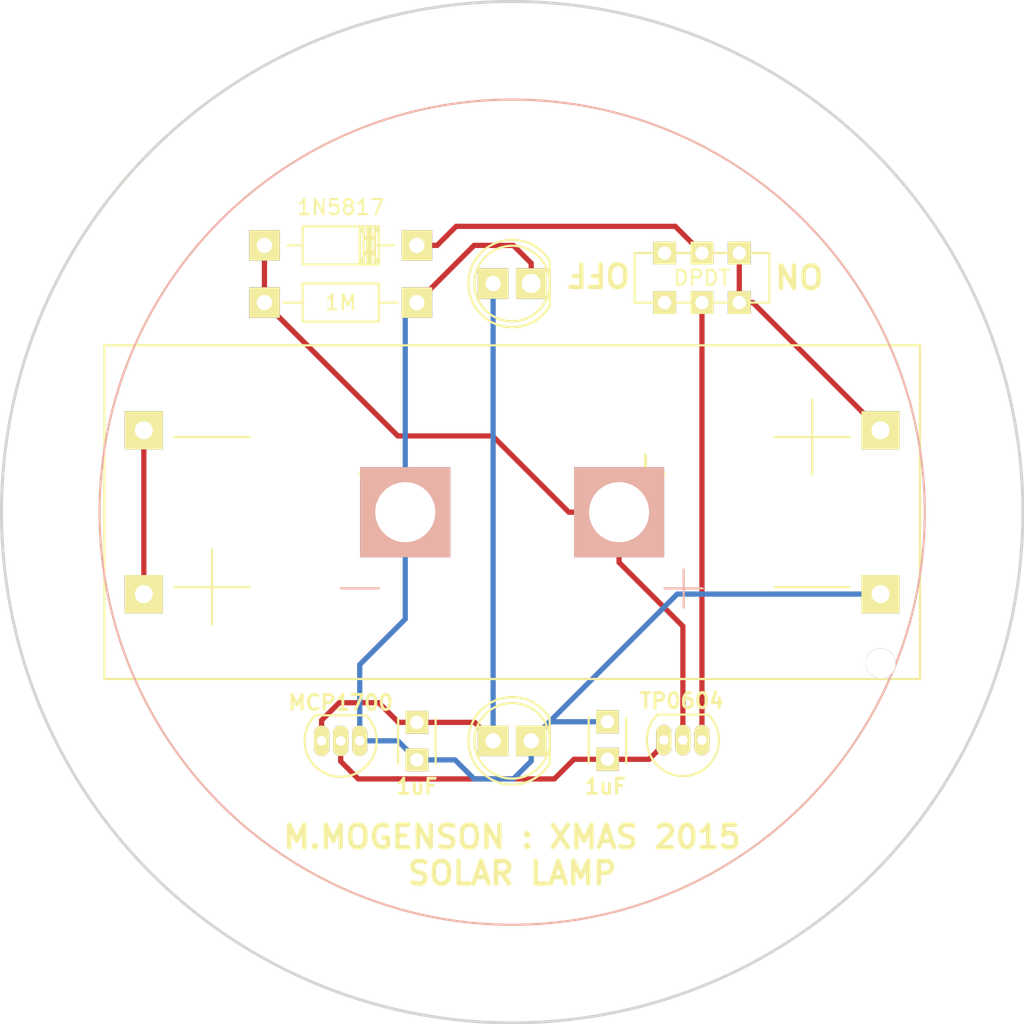
<source format=kicad_pcb>
(kicad_pcb (version 4) (host pcbnew 4.0.0-2.201512072331+6194~38~ubuntu15.10.1-stable)

  (general
    (links 20)
    (no_connects 0)
    (area 92.863999 92.863999 161.136001 161.136001)
    (thickness 1.6)
    (drawings 8)
    (tracks 59)
    (zones 0)
    (modules 11)
    (nets 11)
  )

  (page A4)
  (layers
    (0 F.Cu signal)
    (31 B.Cu signal)
    (32 B.Adhes user)
    (33 F.Adhes user)
    (34 B.Paste user)
    (35 F.Paste user)
    (36 B.SilkS user)
    (37 F.SilkS user)
    (38 B.Mask user)
    (39 F.Mask user)
    (40 Dwgs.User user)
    (41 Cmts.User user)
    (42 Eco1.User user)
    (43 Eco2.User user)
    (44 Edge.Cuts user)
    (45 Margin user)
    (46 B.CrtYd user)
    (47 F.CrtYd user)
    (48 B.Fab user)
    (49 F.Fab user)
  )

  (setup
    (last_trace_width 0.35)
    (trace_clearance 0.25)
    (zone_clearance 0.508)
    (zone_45_only yes)
    (trace_min 0.2)
    (segment_width 0.2)
    (edge_width 0.2)
    (via_size 0.6)
    (via_drill 0.4)
    (via_min_size 0.4)
    (via_min_drill 0.3)
    (uvia_size 0.3)
    (uvia_drill 0.1)
    (uvias_allowed no)
    (uvia_min_size 0)
    (uvia_min_drill 0)
    (pcb_text_width 0.3)
    (pcb_text_size 1.5 1.5)
    (mod_edge_width 0.15)
    (mod_text_size 1 1)
    (mod_text_width 0.15)
    (pad_size 1.016 2.032)
    (pad_drill 0.635)
    (pad_to_mask_clearance 0.2)
    (aux_axis_origin 0 0)
    (grid_origin 15.24 195.58)
    (visible_elements 7FFFFF7F)
    (pcbplotparams
      (layerselection 0x010f0_80000001)
      (usegerberextensions true)
      (excludeedgelayer true)
      (linewidth 0.100000)
      (plotframeref false)
      (viasonmask false)
      (mode 1)
      (useauxorigin false)
      (hpglpennumber 1)
      (hpglpenspeed 20)
      (hpglpendiameter 15)
      (hpglpenoverlay 2)
      (psnegative false)
      (psa4output false)
      (plotreference false)
      (plotvalue false)
      (plotinvisibletext false)
      (padsonsilk true)
      (subtractmaskfromsilk true)
      (outputformat 1)
      (mirror false)
      (drillshape 0)
      (scaleselection 1)
      (outputdirectory gerbers/))
  )

  (net 0 "")
  (net 1 "Net-(BT1-Pad1)")
  (net 2 GND)
  (net 3 "Net-(C1-Pad1)")
  (net 4 "Net-(C2-Pad1)")
  (net 5 "Net-(D1-Pad1)")
  (net 6 "Net-(B1-Pad1)")
  (net 7 "Net-(B1-Pad3)")
  (net 8 "Net-(Q1-Pad1)")
  (net 9 "Net-(SW1-Pad3)")
  (net 10 "Net-(SW1-Pad6)")

  (net_class Default "This is the default net class."
    (clearance 0.25)
    (trace_width 0.35)
    (via_dia 0.6)
    (via_drill 0.4)
    (uvia_dia 0.3)
    (uvia_drill 0.1)
    (add_net GND)
    (add_net "Net-(B1-Pad1)")
    (add_net "Net-(B1-Pad3)")
    (add_net "Net-(BT1-Pad1)")
    (add_net "Net-(C1-Pad1)")
    (add_net "Net-(C2-Pad1)")
    (add_net "Net-(D1-Pad1)")
    (add_net "Net-(Q1-Pad1)")
    (add_net "Net-(SW1-Pad3)")
    (add_net "Net-(SW1-Pad6)")
  )

  (module MikeMod:DPDT_JS202011CQN_switch (layer F.Cu) (tedit 566798C7) (tstamp 5629B9FA)
    (at 139.6492 111.379 180)
    (path /56299FB7)
    (fp_text reference SW1 (at 6.35 -2.54 180) (layer F.SilkS) hide
      (effects (font (size 1 1) (thickness 0.15)))
    )
    (fp_text value DPDT (at 0 0 180) (layer F.SilkS)
      (effects (font (size 1 1) (thickness 0.15)))
    )
    (fp_line (start -4.4958 -1.651) (end -4.4958 1.651) (layer F.SilkS) (width 0.15))
    (fp_line (start -4.4958 1.651) (end 4.4958 1.651) (layer F.SilkS) (width 0.15))
    (fp_line (start 4.4958 1.651) (end 4.4958 -1.651) (layer F.SilkS) (width 0.15))
    (fp_line (start 4.4958 -1.651) (end -4.4958 -1.651) (layer F.SilkS) (width 0.15))
    (pad 1 thru_hole rect (at -2.4892 1.651 180) (size 1.524 1.524) (drill 0.889) (layers *.Cu F.SilkS F.Mask)
      (net 7 "Net-(B1-Pad3)"))
    (pad 2 thru_hole rect (at 0 1.651 180) (size 1.524 1.524) (drill 0.889) (layers *.Cu F.SilkS F.Mask)
      (net 5 "Net-(D1-Pad1)"))
    (pad 3 thru_hole rect (at 2.4892 1.651 180) (size 1.524 1.524) (drill 0.889) (layers *.Cu F.SilkS F.Mask)
      (net 9 "Net-(SW1-Pad3)"))
    (pad 4 thru_hole rect (at -2.4892 -1.651 180) (size 1.524 1.524) (drill 0.889) (layers *.Cu F.SilkS F.Mask)
      (net 7 "Net-(B1-Pad3)"))
    (pad 5 thru_hole rect (at 0 -1.651 180) (size 1.524 1.524) (drill 0.889) (layers *.Cu F.SilkS F.Mask)
      (net 8 "Net-(Q1-Pad1)"))
    (pad 6 thru_hole rect (at 2.4892 -1.651 180) (size 1.524 1.524) (drill 0.889) (layers *.Cu F.SilkS F.Mask)
      (net 10 "Net-(SW1-Pad6)"))
  )

  (module MikeMod:Keystone_1077_2x_AAA_battery_holder (layer F.Cu) (tedit 5667982C) (tstamp 565B9D4E)
    (at 127 127 180)
    (path /565B9484)
    (fp_text reference B1 (at 0 7 180) (layer F.SilkS) hide
      (effects (font (size 1 1) (thickness 0.15)))
    )
    (fp_text value 2x_AAA_battery (at 0 -7 180) (layer F.Fab) hide
      (effects (font (size 1 1) (thickness 0.15)))
    )
    (fp_line (start 22.5 5) (end 17.5 5) (layer F.SilkS) (width 0.15))
    (fp_line (start -20 2.5) (end -20 7.5) (layer F.SilkS) (width 0.15))
    (fp_line (start -22.5 5) (end -17.5 5) (layer F.SilkS) (width 0.15))
    (fp_line (start -22.5 -5) (end -17.5 -5) (layer F.SilkS) (width 0.15))
    (fp_line (start 17.5 -5) (end 22.5 -5) (layer F.SilkS) (width 0.15))
    (fp_line (start 20 -7.5) (end 20 -2.5) (layer F.SilkS) (width 0.15))
    (fp_line (start -27.18 -11.12) (end -27.18 11.12) (layer F.SilkS) (width 0.15))
    (fp_line (start -27.18 11.12) (end 27.18 11.12) (layer F.SilkS) (width 0.15))
    (fp_line (start 27.18 11.12) (end 27.18 -11.12) (layer F.SilkS) (width 0.15))
    (fp_line (start 27.18 -11.12) (end -27.18 -11.12) (layer F.SilkS) (width 0.15))
    (pad 1 thru_hole rect (at 24.55 -5.46 180) (size 2.54 2.54) (drill 1.2) (layers *.Cu F.SilkS F.Mask)
      (net 6 "Net-(B1-Pad1)"))
    (pad 2 thru_hole rect (at -24.55 -5.46 180) (size 2.54 2.54) (drill 1.2) (layers *.Cu F.SilkS F.Mask)
      (net 2 GND))
    (pad 3 thru_hole rect (at -24.55 5.46 180) (size 2.54 2.54) (drill 1.2) (layers *.Cu F.SilkS F.Mask)
      (net 7 "Net-(B1-Pad3)"))
    (pad 4 thru_hole rect (at 24.55 5.46 180) (size 2.54 2.54) (drill 1.2) (layers *.Cu F.SilkS F.Mask)
      (net 6 "Net-(B1-Pad1)"))
    (pad "" thru_hole circle (at -24.55 -10.07 180) (size 2 2) (drill 2) (layers *.Cu))
  )

  (module Capacitors_ThroughHole:C_Disc_D3_P2.5 (layer F.Cu) (tedit 566797F0) (tstamp 5629B9CD)
    (at 133.35 143.47 90)
    (descr "Capacitor 3mm Disc, Pitch 2.5mm")
    (tags Capacitor)
    (path /56299749)
    (fp_text reference C1 (at 1.25 -2.5 90) (layer F.SilkS) hide
      (effects (font (size 1 1) (thickness 0.15)))
    )
    (fp_text value 1uF (at -1.818 -0.127 180) (layer F.SilkS)
      (effects (font (size 1 1) (thickness 0.2)))
    )
    (fp_line (start -0.9 -1.5) (end 3.4 -1.5) (layer F.CrtYd) (width 0.05))
    (fp_line (start 3.4 -1.5) (end 3.4 1.5) (layer F.CrtYd) (width 0.05))
    (fp_line (start 3.4 1.5) (end -0.9 1.5) (layer F.CrtYd) (width 0.05))
    (fp_line (start -0.9 1.5) (end -0.9 -1.5) (layer F.CrtYd) (width 0.05))
    (fp_line (start -0.25 -1.25) (end 2.75 -1.25) (layer F.SilkS) (width 0.15))
    (fp_line (start 2.75 1.25) (end -0.25 1.25) (layer F.SilkS) (width 0.15))
    (pad 1 thru_hole rect (at 0 0 90) (size 1.524 1.524) (drill 0.889) (layers *.Cu F.SilkS F.Mask)
      (net 3 "Net-(C1-Pad1)"))
    (pad 2 thru_hole rect (at 2.5 0 90) (size 1.524 1.524) (drill 0.889) (layers *.Cu F.SilkS F.Mask)
      (net 2 GND))
    (model Capacitors_ThroughHole.3dshapes/C_Disc_D3_P2.5.wrl
      (at (xyz 0.0492126 0 0))
      (scale (xyz 1 1 1))
      (rotate (xyz 0 0 0))
    )
  )

  (module Capacitors_ThroughHole:C_Disc_D3_P2.5 (layer F.Cu) (tedit 566797DB) (tstamp 5629B9D3)
    (at 120.65 141.01 270)
    (descr "Capacitor 3mm Disc, Pitch 2.5mm")
    (tags Capacitor)
    (path /56299A5E)
    (fp_text reference C2 (at 1.25 -2.5 270) (layer F.SilkS) hide
      (effects (font (size 1 1) (thickness 0.15)))
    )
    (fp_text value 1uF (at 4.278 0 360) (layer F.SilkS)
      (effects (font (size 1 1) (thickness 0.2)))
    )
    (fp_line (start -0.9 -1.5) (end 3.4 -1.5) (layer F.CrtYd) (width 0.05))
    (fp_line (start 3.4 -1.5) (end 3.4 1.5) (layer F.CrtYd) (width 0.05))
    (fp_line (start 3.4 1.5) (end -0.9 1.5) (layer F.CrtYd) (width 0.05))
    (fp_line (start -0.9 1.5) (end -0.9 -1.5) (layer F.CrtYd) (width 0.05))
    (fp_line (start -0.25 -1.25) (end 2.75 -1.25) (layer F.SilkS) (width 0.15))
    (fp_line (start 2.75 1.25) (end -0.25 1.25) (layer F.SilkS) (width 0.15))
    (pad 1 thru_hole rect (at 0 0 270) (size 1.524 1.524) (drill 0.889) (layers *.Cu F.SilkS F.Mask)
      (net 4 "Net-(C2-Pad1)"))
    (pad 2 thru_hole rect (at 2.5 0 270) (size 1.524 1.524) (drill 0.889) (layers *.Cu F.SilkS F.Mask)
      (net 2 GND))
    (model Capacitors_ThroughHole.3dshapes/C_Disc_D3_P2.5.wrl
      (at (xyz 0.0492126 0 0))
      (scale (xyz 1 1 1))
      (rotate (xyz 0 0 0))
    )
  )

  (module TO_SOT_Packages_THT:TO-92_Inline_Narrow_Oval (layer F.Cu) (tedit 5667993E) (tstamp 565B9D86)
    (at 116.84 142.24 180)
    (descr "TO-92 leads in-line, narrow, oval pads, drill 0.6mm (see NXP sot054_po.pdf)")
    (tags "to-92 sc-43 sc-43a sot54 PA33 transistor")
    (path /565B6E6E)
    (fp_text reference U1 (at 0 -4 180) (layer F.SilkS) hide
      (effects (font (size 1 1) (thickness 0.15)))
    )
    (fp_text value MCP1700 (at 1.27 2.54 180) (layer F.SilkS)
      (effects (font (size 1 1) (thickness 0.2)))
    )
    (fp_line (start -1.4 1.95) (end -1.4 -2.65) (layer F.CrtYd) (width 0.05))
    (fp_line (start -1.4 1.95) (end 3.95 1.95) (layer F.CrtYd) (width 0.05))
    (fp_line (start -0.43 1.7) (end 2.97 1.7) (layer F.SilkS) (width 0.15))
    (fp_arc (start 1.27 0) (end 1.27 -2.4) (angle -135) (layer F.SilkS) (width 0.15))
    (fp_arc (start 1.27 0) (end 1.27 -2.4) (angle 135) (layer F.SilkS) (width 0.15))
    (fp_line (start -1.4 -2.65) (end 3.95 -2.65) (layer F.CrtYd) (width 0.05))
    (fp_line (start 3.95 1.95) (end 3.95 -2.65) (layer F.CrtYd) (width 0.05))
    (pad 2 thru_hole oval (at 1.27 0) (size 1.016 2.032) (drill 0.635) (layers *.Cu F.SilkS F.Mask)
      (net 3 "Net-(C1-Pad1)"))
    (pad 3 thru_hole oval (at 2.54 0) (size 1.016 2.032) (drill 0.635) (layers *.Cu F.SilkS F.Mask)
      (net 4 "Net-(C2-Pad1)"))
    (pad 1 thru_hole oval (at 0 0) (size 1.016 2.032) (drill 0.635) (layers *.Cu F.SilkS F.Mask)
      (net 2 GND))
    (model TO_SOT_Packages_THT.3dshapes/TO-92_Inline_Narrow_Oval.wrl
      (at (xyz 0.05 0 0))
      (scale (xyz 1 1 1))
      (rotate (xyz 0 0 -90))
    )
  )

  (module Resistors_ThroughHole:Resistor_Horizontal_RM10mm (layer F.Cu) (tedit 56679904) (tstamp 565B9D85)
    (at 115.57 113.03)
    (descr "Resistor, Axial,  RM 10mm, 1/3W,")
    (tags "Resistor, Axial, RM 10mm, 1/3W,")
    (path /565B5B3B)
    (fp_text reference R1 (at 0.24892 -3.50012) (layer F.SilkS) hide
      (effects (font (size 1 1) (thickness 0.15)))
    )
    (fp_text value 1M (at 0 0) (layer F.SilkS)
      (effects (font (size 1 1) (thickness 0.15)))
    )
    (fp_line (start -2.54 -1.27) (end 2.54 -1.27) (layer F.SilkS) (width 0.15))
    (fp_line (start 2.54 -1.27) (end 2.54 1.27) (layer F.SilkS) (width 0.15))
    (fp_line (start 2.54 1.27) (end -2.54 1.27) (layer F.SilkS) (width 0.15))
    (fp_line (start -2.54 1.27) (end -2.54 -1.27) (layer F.SilkS) (width 0.15))
    (fp_line (start -2.54 0) (end -3.81 0) (layer F.SilkS) (width 0.15))
    (fp_line (start 2.54 0) (end 3.81 0) (layer F.SilkS) (width 0.15))
    (pad 1 thru_hole rect (at -5.08 0) (size 2.032 2.032) (drill 1.016) (layers *.Cu F.SilkS F.Mask)
      (net 1 "Net-(BT1-Pad1)"))
    (pad 2 thru_hole rect (at 5.08 0) (size 2.032 2.032) (drill 1.016) (layers *.Cu F.SilkS F.Mask)
      (net 2 GND))
    (model Resistors_ThroughHole.3dshapes/Resistor_Horizontal_RM10mm.wrl
      (at (xyz 0 0 0))
      (scale (xyz 0.4 0.4 0.4))
      (rotate (xyz 0 0 0))
    )
  )

  (module TO_SOT_Packages_THT:TO-92_Inline_Narrow_Oval (layer F.Cu) (tedit 566795FB) (tstamp 565B9D6D)
    (at 139.6492 142.1892 180)
    (descr "TO-92 leads in-line, narrow, oval pads, drill 0.6mm (see NXP sot054_po.pdf)")
    (tags "to-92 sc-43 sc-43a sot54 PA33 transistor")
    (path /565B691B)
    (fp_text reference Q1 (at 0 -4 180) (layer F.SilkS) hide
      (effects (font (size 1 1) (thickness 0.15)))
    )
    (fp_text value TP0604 (at 1.3462 2.6162 180) (layer F.SilkS)
      (effects (font (size 1 1) (thickness 0.2)))
    )
    (fp_line (start -1.4 1.95) (end -1.4 -2.65) (layer F.CrtYd) (width 0.05))
    (fp_line (start -1.4 1.95) (end 3.95 1.95) (layer F.CrtYd) (width 0.05))
    (fp_line (start -0.43 1.7) (end 2.97 1.7) (layer F.SilkS) (width 0.15))
    (fp_arc (start 1.27 0) (end 1.27 -2.4) (angle -135) (layer F.SilkS) (width 0.15))
    (fp_arc (start 1.27 0) (end 1.27 -2.4) (angle 135) (layer F.SilkS) (width 0.15))
    (fp_line (start -1.4 -2.65) (end 3.95 -2.65) (layer F.CrtYd) (width 0.05))
    (fp_line (start 3.95 1.95) (end 3.95 -2.65) (layer F.CrtYd) (width 0.05))
    (pad 2 thru_hole oval (at 1.27 0) (size 1.016 2.032) (drill 0.635) (layers *.Cu F.SilkS F.Mask)
      (net 1 "Net-(BT1-Pad1)"))
    (pad 3 thru_hole oval (at 2.54 0) (size 1.016 2.032) (drill 0.635) (layers *.Cu F.SilkS F.Mask)
      (net 3 "Net-(C1-Pad1)"))
    (pad 1 thru_hole oval (at 0 0) (size 1.016 2.032) (drill 0.635) (layers *.Cu F.SilkS F.Mask)
      (net 8 "Net-(Q1-Pad1)"))
    (model TO_SOT_Packages_THT.3dshapes/TO-92_Inline_Narrow_Oval.wrl
      (at (xyz 0.05 0 0))
      (scale (xyz 1 1 1))
      (rotate (xyz 0 0 -90))
    )
  )

  (module LEDs:LED-5MM (layer F.Cu) (tedit 5667991C) (tstamp 565B9D62)
    (at 128.27 142.24 180)
    (descr "LED 5mm round vertical")
    (tags "LED 5mm round vertical")
    (path /562994D5)
    (fp_text reference D2 (at 1.524 4.064 180) (layer F.SilkS) hide
      (effects (font (size 1 1) (thickness 0.15)))
    )
    (fp_text value LED (at 1.524 -3.937 180) (layer F.Fab) hide
      (effects (font (size 1 1) (thickness 0.15)))
    )
    (fp_line (start -1.5 -1.55) (end -1.5 1.55) (layer F.CrtYd) (width 0.05))
    (fp_arc (start 1.3 0) (end -1.5 1.55) (angle -302) (layer F.CrtYd) (width 0.05))
    (fp_arc (start 1.27 0) (end -1.23 -1.5) (angle 297.5) (layer F.SilkS) (width 0.15))
    (fp_line (start -1.23 1.5) (end -1.23 -1.5) (layer F.SilkS) (width 0.15))
    (fp_circle (center 1.27 0) (end 0.97 -2.5) (layer F.SilkS) (width 0.15))
    (fp_text user K (at -1.905 1.905 180) (layer F.SilkS) hide
      (effects (font (size 1 1) (thickness 0.15)))
    )
    (pad 1 thru_hole rect (at 0 0 270) (size 2.032 2.032) (drill 1.016) (layers *.Cu F.SilkS F.Mask)
      (net 2 GND))
    (pad 2 thru_hole rect (at 2.54 0 180) (size 2.032 2.032) (drill 1.016) (layers *.Cu F.SilkS F.Mask)
      (net 4 "Net-(C2-Pad1)"))
    (model LEDs.3dshapes/LED-5MM.wrl
      (at (xyz 0.05 0 0))
      (scale (xyz 1 1 1))
      (rotate (xyz 0 0 90))
    )
  )

  (module LEDs:LED-5MM (layer F.Cu) (tedit 5667990E) (tstamp 5629B9E5)
    (at 128.27 111.76 180)
    (descr "LED 5mm round vertical")
    (tags "LED 5mm round vertical")
    (path /565B5984)
    (fp_text reference D3 (at 1.524 4.064 180) (layer F.SilkS) hide
      (effects (font (size 1 1) (thickness 0.15)))
    )
    (fp_text value LED (at -2.54 0 270) (layer F.SilkS) hide
      (effects (font (size 1 1) (thickness 0.15)))
    )
    (fp_line (start -1.5 -1.55) (end -1.5 1.55) (layer F.CrtYd) (width 0.05))
    (fp_arc (start 1.3 0) (end -1.5 1.55) (angle -302) (layer F.CrtYd) (width 0.05))
    (fp_arc (start 1.27 0) (end -1.23 -1.5) (angle 297.5) (layer F.SilkS) (width 0.15))
    (fp_line (start -1.23 1.5) (end -1.23 -1.5) (layer F.SilkS) (width 0.15))
    (fp_circle (center 1.27 0) (end 0.97 -2.5) (layer F.SilkS) (width 0.15))
    (pad 1 thru_hole rect (at 0 0 270) (size 2.032 2.032) (drill 1.27) (layers *.Cu F.SilkS F.Mask)
      (net 2 GND))
    (pad 2 thru_hole rect (at 2.54 0 180) (size 2.032 2.032) (drill 1.016) (layers *.Cu F.SilkS F.Mask)
      (net 4 "Net-(C2-Pad1)"))
    (model LEDs.3dshapes/LED-5MM.wrl
      (at (xyz 0.05 0 0))
      (scale (xyz 1 1 1))
      (rotate (xyz 0 0 90))
    )
  )

  (module Diodes_ThroughHole:Diode_DO-41_SOD81_Horizontal_RM10 (layer F.Cu) (tedit 56679A5D) (tstamp 565B9D4F)
    (at 120.65 109.21746 180)
    (descr "Diode, DO-41, SOD81, Horizontal, RM 10mm,")
    (tags "Diode, DO-41, SOD81, Horizontal, RM 10mm, 1N4007, SB140,")
    (path /565B7B0B)
    (fp_text reference D1 (at 5.38734 2.53746 180) (layer F.SilkS) hide
      (effects (font (size 1 1) (thickness 0.15)))
    )
    (fp_text value 1N5817 (at 5.08 2.53746 180) (layer F.SilkS)
      (effects (font (size 1 1) (thickness 0.15)))
    )
    (fp_line (start 7.62 -0.00254) (end 8.636 -0.00254) (layer F.SilkS) (width 0.15))
    (fp_line (start 2.794 -0.00254) (end 1.524 -0.00254) (layer F.SilkS) (width 0.15))
    (fp_line (start 3.048 -1.27254) (end 3.048 1.26746) (layer F.SilkS) (width 0.15))
    (fp_line (start 3.302 -1.27254) (end 3.302 1.26746) (layer F.SilkS) (width 0.15))
    (fp_line (start 3.556 -1.27254) (end 3.556 1.26746) (layer F.SilkS) (width 0.15))
    (fp_line (start 2.794 -1.27254) (end 2.794 1.26746) (layer F.SilkS) (width 0.15))
    (fp_line (start 3.81 -1.27254) (end 2.54 1.26746) (layer F.SilkS) (width 0.15))
    (fp_line (start 2.54 -1.27254) (end 3.81 1.26746) (layer F.SilkS) (width 0.15))
    (fp_line (start 3.81 -1.27254) (end 3.81 1.26746) (layer F.SilkS) (width 0.15))
    (fp_line (start 3.175 -1.27254) (end 3.175 1.26746) (layer F.SilkS) (width 0.15))
    (fp_line (start 2.54 1.26746) (end 2.54 -1.27254) (layer F.SilkS) (width 0.15))
    (fp_line (start 2.54 -1.27254) (end 7.62 -1.27254) (layer F.SilkS) (width 0.15))
    (fp_line (start 7.62 -1.27254) (end 7.62 1.26746) (layer F.SilkS) (width 0.15))
    (fp_line (start 7.62 1.26746) (end 2.54 1.26746) (layer F.SilkS) (width 0.15))
    (pad 2 thru_hole rect (at 10.16 -0.00254) (size 2.032 2.032) (drill 1.016) (layers *.Cu F.SilkS F.Mask)
      (net 1 "Net-(BT1-Pad1)"))
    (pad 1 thru_hole rect (at 0 -0.00254) (size 2.032 2.032) (drill 1.016) (layers *.Cu F.SilkS F.Mask)
      (net 5 "Net-(D1-Pad1)"))
  )

  (module MikeMod:Adafruit_round_solar_panel locked (layer B.Cu) (tedit 562D1077) (tstamp 5629B9A7)
    (at 127 127)
    (path /56298C0F)
    (fp_text reference BT1 (at 0 8.89) (layer B.SilkS) hide
      (effects (font (size 1 1) (thickness 0.15)) (justify mirror))
    )
    (fp_text value "Solar Cell" (at 0 -7.62) (layer B.Fab) hide
      (effects (font (size 1 1) (thickness 0.15)) (justify mirror))
    )
    (fp_line (start -11.43 5.08) (end -8.89 5.08) (layer B.SilkS) (width 0.15))
    (fp_line (start 11.43 6.35) (end 11.43 3.81) (layer B.SilkS) (width 0.15))
    (fp_line (start 10.16 5.08) (end 12.7 5.08) (layer B.SilkS) (width 0.15))
    (fp_circle (center 0 0) (end 27.5 0) (layer B.SilkS) (width 0.15))
    (pad 1 thru_hole rect (at 7.125 0) (size 6 6) (drill 4) (layers *.Cu B.SilkS B.Mask)
      (net 1 "Net-(BT1-Pad1)"))
    (pad 2 thru_hole rect (at -7.125 0) (size 6 6) (drill 4) (layers *.Cu B.SilkS B.Mask)
      (net 2 GND))
  )

  (gr_arc (start 127 127) (end 92.964 127) (angle 180) (layer Edge.Cuts) (width 0.2))
  (gr_arc (start 127 127) (end 161.036 127) (angle 180) (layer Edge.Cuts) (width 0.2))
  (gr_text OFF (at 132.7531 111.16564 180) (layer F.SilkS)
    (effects (font (size 1.5 1.5) (thickness 0.3)))
  )
  (gr_text ON (at 146.13636 111.2393 180) (layer F.SilkS)
    (effects (font (size 1.5 1.5) (thickness 0.3)))
  )
  (gr_text "M.MOGENSON : XMAS 2015\nSOLAR LAMP" (at 127 149.86) (layer F.SilkS)
    (effects (font (size 1.5 1.5) (thickness 0.3)))
  )
  (gr_line (start 116.84 124.46) (end 119.38 124.46) (angle 90) (layer F.SilkS) (width 0.2))
  (gr_line (start 135.89 123.19) (end 135.89 125.73) (angle 90) (layer F.SilkS) (width 0.2))
  (gr_line (start 134.62 124.46) (end 137.16 124.46) (angle 90) (layer F.SilkS) (width 0.2))

  (segment (start 134.125 127) (end 134.125 130.35) (width 0.35) (layer F.Cu) (net 1))
  (segment (start 134.125 130.35) (end 138.3792 134.6042) (width 0.35) (layer F.Cu) (net 1))
  (segment (start 138.3792 134.6042) (end 138.3792 141.08863) (width 0.35) (layer F.Cu) (net 1))
  (segment (start 138.3792 141.08863) (end 138.3792 142.1892) (width 0.35) (layer F.Cu) (net 1))
  (segment (start 110.49 113.03) (end 110.49 109.22) (width 0.35) (layer F.Cu) (net 1))
  (segment (start 110.49 113.03) (end 119.38 121.92) (width 0.35) (layer F.Cu) (net 1))
  (segment (start 119.38 121.92) (end 125.695 121.92) (width 0.35) (layer F.Cu) (net 1))
  (segment (start 130.775 127) (end 134.125 127) (width 0.35) (layer F.Cu) (net 1))
  (segment (start 125.695 121.92) (end 130.775 127) (width 0.35) (layer F.Cu) (net 1))
  (segment (start 133.35 140.97) (end 129.54 140.97) (width 0.35) (layer B.Cu) (net 2))
  (segment (start 129.54 140.97) (end 128.27 142.24) (width 0.35) (layer B.Cu) (net 2))
  (segment (start 120.65 113.03) (end 124.46 109.22) (width 0.35) (layer F.Cu) (net 2))
  (segment (start 124.46 109.22) (end 127.08 109.22) (width 0.35) (layer F.Cu) (net 2))
  (segment (start 127.08 109.22) (end 128.27 110.41) (width 0.35) (layer F.Cu) (net 2))
  (segment (start 128.27 110.41) (end 128.27 111.76) (width 0.35) (layer F.Cu) (net 2))
  (segment (start 151.55 132.46) (end 138 132.46) (width 0.35) (layer B.Cu) (net 2))
  (segment (start 138 132.46) (end 128.27 142.19) (width 0.35) (layer B.Cu) (net 2))
  (segment (start 128.27 142.19) (end 128.27 142.24) (width 0.35) (layer B.Cu) (net 2))
  (segment (start 120.65 143.51) (end 123.19 143.51) (width 0.35) (layer B.Cu) (net 2))
  (segment (start 124.46 144.78) (end 127.08 144.78) (width 0.35) (layer B.Cu) (net 2))
  (segment (start 128.27 143.59) (end 128.27 142.24) (width 0.35) (layer B.Cu) (net 2))
  (segment (start 123.19 143.51) (end 124.46 144.78) (width 0.35) (layer B.Cu) (net 2))
  (segment (start 127.08 144.78) (end 128.27 143.59) (width 0.35) (layer B.Cu) (net 2))
  (segment (start 116.84 142.24) (end 119.38 142.24) (width 0.35) (layer B.Cu) (net 2))
  (segment (start 119.38 142.24) (end 120.65 143.51) (width 0.35) (layer B.Cu) (net 2))
  (segment (start 119.875 134.125) (end 116.84 137.16) (width 0.35) (layer B.Cu) (net 2))
  (segment (start 116.84 137.16) (end 116.84 142.24) (width 0.35) (layer B.Cu) (net 2))
  (segment (start 119.875 127) (end 119.875 134.125) (width 0.35) (layer B.Cu) (net 2))
  (segment (start 119.875 127) (end 119.875 113.805) (width 0.35) (layer B.Cu) (net 2))
  (segment (start 119.875 113.805) (end 120.65 113.03) (width 0.35) (layer B.Cu) (net 2))
  (segment (start 115.57 142.24) (end 115.57 143.606) (width 0.35) (layer F.Cu) (net 3))
  (segment (start 115.57 143.606) (end 116.744 144.78) (width 0.35) (layer F.Cu) (net 3))
  (segment (start 116.744 144.78) (end 117.80901 144.78) (width 0.35) (layer F.Cu) (net 3))
  (segment (start 129.81 144.78) (end 119.38 144.78) (width 0.35) (layer F.Cu) (net 3))
  (segment (start 119.38 144.78) (end 119.07901 144.78) (width 0.35) (layer F.Cu) (net 3))
  (segment (start 117.80901 144.78) (end 119.38 144.78) (width 0.35) (layer F.Cu) (net 3))
  (segment (start 133.35 143.47) (end 131.12 143.47) (width 0.35) (layer F.Cu) (net 3))
  (segment (start 131.12 143.47) (end 129.81 144.78) (width 0.35) (layer F.Cu) (net 3))
  (segment (start 137.1092 142.1892) (end 137.1092 142.49019) (width 0.35) (layer F.Cu) (net 3))
  (segment (start 137.1092 142.49019) (end 136.12939 143.47) (width 0.35) (layer F.Cu) (net 3))
  (segment (start 136.12939 143.47) (end 134.35 143.47) (width 0.35) (layer F.Cu) (net 3))
  (segment (start 134.35 143.47) (end 133.35 143.47) (width 0.35) (layer F.Cu) (net 3))
  (segment (start 118.11 139.7) (end 119.42 141.01) (width 0.35) (layer F.Cu) (net 4))
  (segment (start 119.42 141.01) (end 120.65 141.01) (width 0.35) (layer F.Cu) (net 4))
  (segment (start 115.474 139.7) (end 118.11 139.7) (width 0.35) (layer F.Cu) (net 4))
  (segment (start 114.3 142.24) (end 114.3 140.874) (width 0.35) (layer F.Cu) (net 4))
  (segment (start 114.3 140.874) (end 115.474 139.7) (width 0.35) (layer F.Cu) (net 4))
  (segment (start 120.65 141.01) (end 124.5 141.01) (width 0.35) (layer F.Cu) (net 4))
  (segment (start 125.73 142.24) (end 125.73 111.76) (width 0.35) (layer B.Cu) (net 4))
  (segment (start 124.5 141.01) (end 125.73 142.24) (width 0.35) (layer F.Cu) (net 4))
  (segment (start 139.6492 109.728) (end 137.8712 107.95) (width 0.35) (layer F.Cu) (net 5))
  (segment (start 137.8712 107.95) (end 123.26949 107.95) (width 0.35) (layer F.Cu) (net 5))
  (segment (start 123.26949 107.95) (end 121.99949 109.22) (width 0.35) (layer F.Cu) (net 5))
  (segment (start 121.99949 109.22) (end 120.65 109.22) (width 0.35) (layer F.Cu) (net 5))
  (segment (start 102.45 121.54) (end 102.45 132.46) (width 0.35) (layer F.Cu) (net 6))
  (segment (start 151.55 121.54) (end 143.04 113.03) (width 0.35) (layer F.Cu) (net 7))
  (segment (start 143.04 113.03) (end 142.1384 113.03) (width 0.35) (layer F.Cu) (net 7))
  (segment (start 142.1384 113.03) (end 142.1384 109.728) (width 0.35) (layer F.Cu) (net 7))
  (segment (start 139.6492 142.1892) (end 139.6492 113.03) (width 0.35) (layer F.Cu) (net 8))

)

</source>
